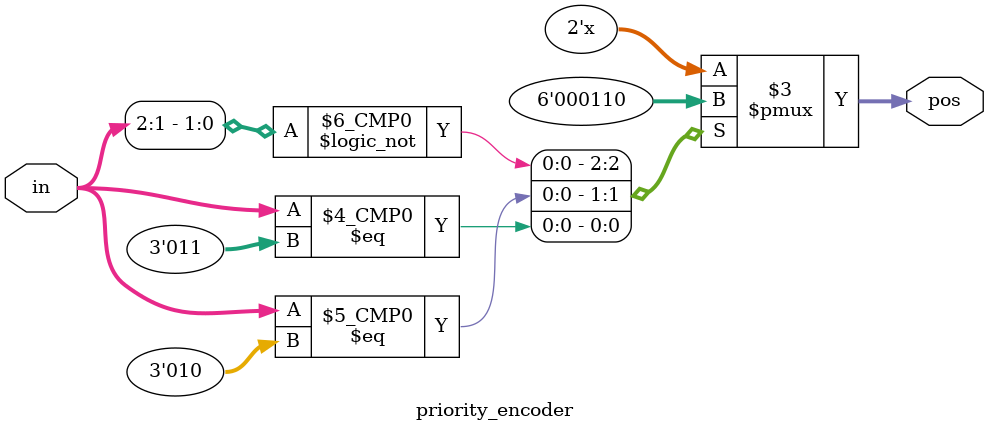
<source format=v>
module priority_encoder( 
input [2:0] in,
output reg [1:0] pos ); 
// When sel=1, assign b to out
always @* begin
casex (in)
3'b0x: pos = 2'b00; 
3'b010: pos = 2'b01; 
3'b011: pos = 2'b10;
3'b001: pos = 2'b11;
endcase
end 
endmodule

</source>
